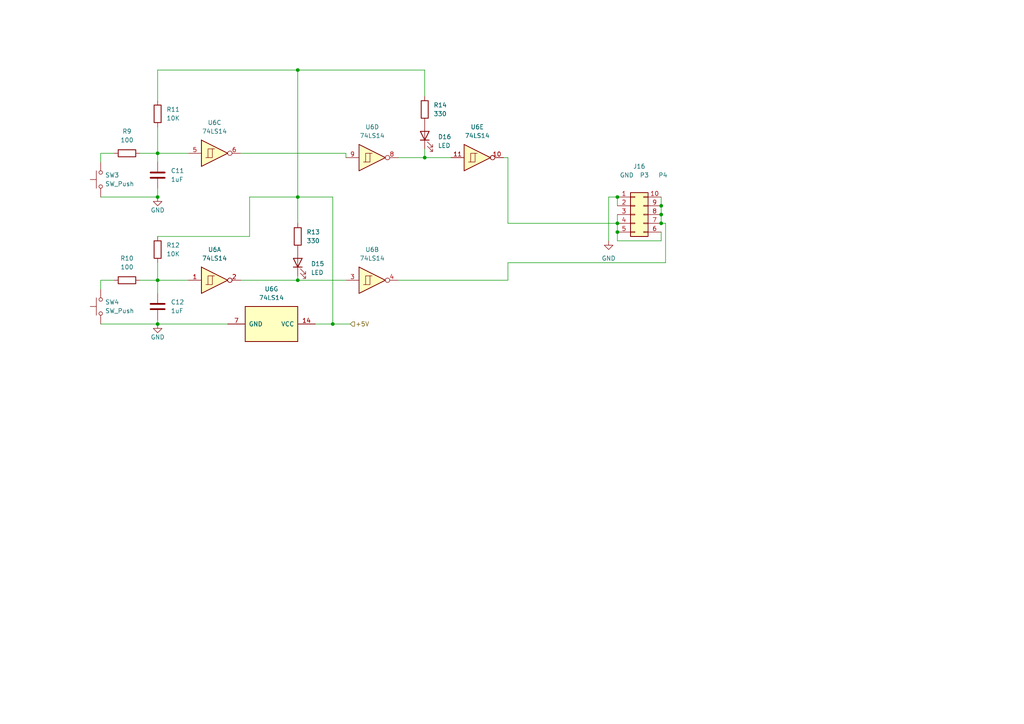
<source format=kicad_sch>
(kicad_sch (version 20211123) (generator eeschema)
  (paper "A4")
  (lib_symbols
    (symbol "74xx:74LS14" (pin_names (offset 1.016))
      (property "Reference" "U" (at 0 1.27 0))
      (property "Value" "74LS14" (at 0 -1.27 0))
      (symbol "74LS14_1_0"
        (polyline (pts (xy -3.81 3.81) (xy -3.81 -3.81) (xy 3.81 0) (xy -3.81 3.81)) (stroke (width 0.254)) (fill (type background)))
        (pin input line (at -7.62 0 0) (length 3.81) (name "~") (number "1"))
        (pin output inverted (at 7.62 0 180) (length 3.81) (name "~") (number "2"))
      )
      (symbol "74LS14_1_1"
        (polyline (pts (xy -1.905 -1.27) (xy -1.905 1.27) (xy -0.635 1.27)))
        (polyline (pts (xy -2.54 -1.27) (xy -0.635 -1.27) (xy -0.635 1.27) (xy 0 1.27)))
      )
      (symbol "74LS14_2_0"
        (polyline (pts (xy -3.81 3.81) (xy -3.81 -3.81) (xy 3.81 0) (xy -3.81 3.81)) (stroke (width 0.254)) (fill (type background)))
        (pin input line (at -7.62 0 0) (length 3.81) (name "~") (number "3"))
        (pin output inverted (at 7.62 0 180) (length 3.81) (name "~") (number "4"))
      )
      (symbol "74LS14_2_1"
        (polyline (pts (xy -1.905 -1.27) (xy -1.905 1.27) (xy -0.635 1.27)))
        (polyline (pts (xy -2.54 -1.27) (xy -0.635 -1.27) (xy -0.635 1.27) (xy 0 1.27)))
      )
      (symbol "74LS14_3_0"
        (polyline (pts (xy -3.81 3.81) (xy -3.81 -3.81) (xy 3.81 0) (xy -3.81 3.81)) (stroke (width 0.254)) (fill (type background)))
        (pin input line (at -7.62 0 0) (length 3.81) (name "~") (number "5"))
        (pin output inverted (at 7.62 0 180) (length 3.81) (name "~") (number "6"))
      )
      (symbol "74LS14_3_1"
        (polyline (pts (xy -1.905 -1.27) (xy -1.905 1.27) (xy -0.635 1.27)))
        (polyline (pts (xy -2.54 -1.27) (xy -0.635 -1.27) (xy -0.635 1.27) (xy 0 1.27)))
      )
      (symbol "74LS14_4_0"
        (polyline (pts (xy -3.81 3.81) (xy -3.81 -3.81) (xy 3.81 0) (xy -3.81 3.81)) (stroke (width 0.254)) (fill (type background)))
        (pin output inverted (at 7.62 0 180) (length 3.81) (name "~") (number "8"))
        (pin input line (at -7.62 0 0) (length 3.81) (name "~") (number "9"))
      )
      (symbol "74LS14_4_1"
        (polyline (pts (xy -1.905 -1.27) (xy -1.905 1.27) (xy -0.635 1.27)))
        (polyline (pts (xy -2.54 -1.27) (xy -0.635 -1.27) (xy -0.635 1.27) (xy 0 1.27)))
      )
      (symbol "74LS14_5_0"
        (polyline (pts (xy -3.81 3.81) (xy -3.81 -3.81) (xy 3.81 0) (xy -3.81 3.81)) (stroke (width 0.254)) (fill (type background)))
        (pin output inverted (at 7.62 0 180) (length 3.81) (name "~") (number "10"))
        (pin input line (at -7.62 0 0) (length 3.81) (name "~") (number "11"))
      )
      (symbol "74LS14_5_1"
        (polyline (pts (xy -1.905 -1.27) (xy -1.905 1.27) (xy -0.635 1.27)))
        (polyline (pts (xy -2.54 -1.27) (xy -0.635 -1.27) (xy -0.635 1.27) (xy 0 1.27)))
      )
      (symbol "74LS14_6_0"
        (polyline (pts (xy -3.81 3.81) (xy -3.81 -3.81) (xy 3.81 0) (xy -3.81 3.81)) (stroke (width 0.254)) (fill (type background)))
        (pin output inverted (at 7.62 0 180) (length 3.81) (name "~") (number "12"))
        (pin input line (at -7.62 0 0) (length 3.81) (name "~") (number "13"))
      )
      (symbol "74LS14_6_1"
        (polyline (pts (xy -1.905 -1.27) (xy -1.905 1.27) (xy -0.635 1.27)))
        (polyline (pts (xy -2.54 -1.27) (xy -0.635 -1.27) (xy -0.635 1.27) (xy 0 1.27)))
      )
      (symbol "74LS14_7_0"
        (pin power_in line (at 0 12.7 270) (length 5.08) (name "VCC") (number "14"))
        (pin power_in line (at 0 -12.7 90) (length 5.08) (name "GND") (number "7"))
      )
      (symbol "74LS14_7_1"
        (rectangle (start -5.08 7.62) (end 5.08 -7.62) (stroke (width 0.254)) (fill (type background)))
      )
    )
    (symbol "Connector_Generic:Conn_02x05_Counter_Clockwise" (pin_names (offset 1.016) hide)
      (property "Reference" "J" (at 1.27 7.62 0))
      (property "Value" "Conn_02x05_Counter_Clockwise" (at 1.27 -7.62 0))
      (symbol "Conn_02x05_Counter_Clockwise_1_1"
        (rectangle (start -1.27 -4.953) (end 0 -5.207) (stroke (width 0.1524)))
        (rectangle (start -1.27 -2.413) (end 0 -2.667) (stroke (width 0.1524)))
        (rectangle (start -1.27 0.127) (end 0 -0.127) (stroke (width 0.1524)))
        (rectangle (start -1.27 2.667) (end 0 2.413) (stroke (width 0.1524)))
        (rectangle (start -1.27 5.207) (end 0 4.953) (stroke (width 0.1524)))
        (rectangle (start -1.27 6.35) (end 3.81 -6.35) (stroke (width 0.254)) (fill (type background)))
        (rectangle (start 3.81 -4.953) (end 2.54 -5.207) (stroke (width 0.1524)))
        (rectangle (start 3.81 -2.413) (end 2.54 -2.667) (stroke (width 0.1524)))
        (rectangle (start 3.81 0.127) (end 2.54 -0.127) (stroke (width 0.1524)))
        (rectangle (start 3.81 2.667) (end 2.54 2.413) (stroke (width 0.1524)))
        (rectangle (start 3.81 5.207) (end 2.54 4.953) (stroke (width 0.1524)))
        (pin passive line (at -5.08 5.08 0) (length 3.81) (name "Pin_1") (number "1"))
        (pin passive line (at 7.62 5.08 180) (length 3.81) (name "Pin_10") (number "10"))
        (pin passive line (at -5.08 2.54 0) (length 3.81) (name "Pin_2") (number "2"))
        (pin passive line (at -5.08 0 0) (length 3.81) (name "Pin_3") (number "3"))
        (pin passive line (at -5.08 -2.54 0) (length 3.81) (name "Pin_4") (number "4"))
        (pin passive line (at -5.08 -5.08 0) (length 3.81) (name "Pin_5") (number "5"))
        (pin passive line (at 7.62 -5.08 180) (length 3.81) (name "Pin_6") (number "6"))
        (pin passive line (at 7.62 -2.54 180) (length 3.81) (name "Pin_7") (number "7"))
        (pin passive line (at 7.62 0 180) (length 3.81) (name "Pin_8") (number "8"))
        (pin passive line (at 7.62 2.54 180) (length 3.81) (name "Pin_9") (number "9"))
      )
    )
    (symbol "Device:C" (pin_numbers hide) (pin_names (offset 0.254))
      (property "Reference" "C" (at 0.635 2.54 0))
      (property "Value" "C" (at 0.635 -2.54 0))
      (symbol "C_0_1"
        (polyline (pts (xy -2.032 -0.762) (xy 2.032 -0.762)) (stroke (width 0.508)))
        (polyline (pts (xy -2.032 0.762) (xy 2.032 0.762)) (stroke (width 0.508)))
      )
      (symbol "C_1_1"
        (pin passive line (at 0 3.81 270) (length 2.794) (name "~") (number "1"))
        (pin passive line (at 0 -3.81 90) (length 2.794) (name "~") (number "2"))
      )
    )
    (symbol "Device:LED" (pin_numbers hide) (pin_names (offset 1.016) hide)
      (property "Reference" "D" (at 0 2.54 0))
      (property "Value" "LED" (at 0 -2.54 0))
      (symbol "LED_0_1"
        (polyline (pts (xy -1.27 -1.27) (xy -1.27 1.27)) (stroke (width 0.254)))
        (polyline (pts (xy -1.27 0) (xy 1.27 0)))
        (polyline (pts (xy 1.27 -1.27) (xy 1.27 1.27) (xy -1.27 0) (xy 1.27 -1.27)) (stroke (width 0.254)))
        (polyline (pts (xy -3.048 -0.762) (xy -4.572 -2.286) (xy -3.81 -2.286) (xy -4.572 -2.286) (xy -4.572 -1.524)))
        (polyline (pts (xy -1.778 -0.762) (xy -3.302 -2.286) (xy -2.54 -2.286) (xy -3.302 -2.286) (xy -3.302 -1.524)))
      )
      (symbol "LED_1_1"
        (pin passive line (at -3.81 0 0) (length 2.54) (name "K") (number "1"))
        (pin passive line (at 3.81 0 180) (length 2.54) (name "A") (number "2"))
      )
    )
    (symbol "Device:R" (pin_numbers hide) (pin_names (offset 0))
      (property "Reference" "R" (at 2.032 0 90))
      (property "Value" "R" (at 0 0 90))
      (symbol "R_0_1"
        (rectangle (start -1.016 -2.54) (end 1.016 2.54) (stroke (width 0.254)))
      )
      (symbol "R_1_1"
        (pin passive line (at 0 3.81 270) (length 1.27) (name "~") (number "1"))
        (pin passive line (at 0 -3.81 90) (length 1.27) (name "~") (number "2"))
      )
    )
    (symbol "Switch:SW_Push" (pin_numbers hide) (pin_names (offset 1.016) hide)
      (property "Reference" "SW" (at 1.27 2.54 0))
      (property "Value" "SW_Push" (at 0 -1.524 0))
      (symbol "SW_Push_0_1"
        (circle (center -2.032 0) (radius 0.508))
        (polyline (pts (xy 0 1.27) (xy 0 3.048)))
        (polyline (pts (xy 2.54 1.27) (xy -2.54 1.27)))
        (circle (center 2.032 0) (radius 0.508))
        (pin passive line (at -5.08 0 0) (length 2.54) (name "1") (number "1"))
        (pin passive line (at 5.08 0 180) (length 2.54) (name "2") (number "2"))
      )
    )
    (symbol "power:GND" (power) (pin_names (offset 0))
      (property "Value" "GND" (at 0 -3.81 0))
      (symbol "GND_0_1"
        (polyline (pts (xy 0 0) (xy 0 -1.27) (xy 1.27 -1.27) (xy 0 -2.54) (xy -1.27 -1.27) (xy 0 -1.27)))
      )
      (symbol "GND_1_1"
        (pin power_in line (at 0 0 270) (length 0) hide (name "GND") (number "1"))
      )
    )
  )
  (junction (at 45.72 93.98))
  (junction (at 45.72 44.45))
  (junction (at 86.36 81.28))
  (junction (at 179.07 67.31))
  (junction (at 123.19 45.72))
  (junction (at 191.77 64.77))
  (junction (at 45.72 57.15))
  (junction (at 45.72 81.28))
  (junction (at 191.77 62.23))
  (junction (at 86.36 57.15))
  (junction (at 191.77 59.69))
  (junction (at 179.07 64.77))
  (junction (at 179.07 57.15))
  (junction (at 86.36 20.32))
  (junction (at 96.52 93.98))
  (wire (pts (xy 29.21 93.98) (xy 45.72 93.98)))
  (wire (pts (xy 115.57 81.28) (xy 147.32 81.28)))
  (wire (pts (xy 45.72 20.32) (xy 86.36 20.32)))
  (wire (pts (xy 33.02 81.28) (xy 29.21 81.28)))
  (wire (pts (xy 86.36 57.15) (xy 86.36 20.32)))
  (wire (pts (xy 45.72 44.45) (xy 45.72 46.99)))
  (wire (pts (xy 176.53 57.15) (xy 179.07 57.15)))
  (wire (pts (xy 179.07 62.23) (xy 179.07 64.77)))
  (wire (pts (xy 123.19 45.72) (xy 130.81 45.72)))
  (wire (pts (xy 115.57 45.72) (xy 123.19 45.72)))
  (wire (pts (xy 45.72 44.45) (xy 54.61 44.45)))
  (wire (pts (xy 29.21 81.28) (xy 29.21 83.82)))
  (wire (pts (xy 69.85 81.28) (xy 86.36 81.28)))
  (wire (pts (xy 193.04 64.77) (xy 193.04 76.2)))
  (wire (pts (xy 123.19 20.32) (xy 123.19 27.94)))
  (wire (pts (xy 29.21 46.99) (xy 29.21 44.45)))
  (wire (pts (xy 45.72 29.21) (xy 45.72 20.32)))
  (wire (pts (xy 123.19 43.18) (xy 123.19 45.72)))
  (wire (pts (xy 191.77 62.23) (xy 191.77 64.77)))
  (wire (pts (xy 191.77 57.15) (xy 191.77 59.69)))
  (wire (pts (xy 91.44 93.98) (xy 96.52 93.98)))
  (wire (pts (xy 86.36 57.15) (xy 96.52 57.15)))
  (wire (pts (xy 40.64 81.28) (xy 45.72 81.28)))
  (wire (pts (xy 72.39 68.58) (xy 72.39 57.15)))
  (wire (pts (xy 69.85 44.45) (xy 100.33 44.45)))
  (wire (pts (xy 86.36 64.77) (xy 86.36 57.15)))
  (wire (pts (xy 146.05 45.72) (xy 147.32 45.72)))
  (wire (pts (xy 45.72 36.83) (xy 45.72 44.45)))
  (wire (pts (xy 176.53 69.85) (xy 176.53 57.15)))
  (wire (pts (xy 86.36 81.28) (xy 100.33 81.28)))
  (wire (pts (xy 147.32 45.72) (xy 147.32 64.77)))
  (wire (pts (xy 45.72 81.28) (xy 54.61 81.28)))
  (wire (pts (xy 147.32 76.2) (xy 147.32 81.28)))
  (wire (pts (xy 86.36 20.32) (xy 123.19 20.32)))
  (wire (pts (xy 191.77 64.77) (xy 193.04 64.77)))
  (wire (pts (xy 45.72 81.28) (xy 45.72 85.09)))
  (wire (pts (xy 29.21 44.45) (xy 33.02 44.45)))
  (wire (pts (xy 193.04 76.2) (xy 147.32 76.2)))
  (wire (pts (xy 96.52 57.15) (xy 96.52 93.98)))
  (wire (pts (xy 45.72 93.98) (xy 66.04 93.98)))
  (wire (pts (xy 191.77 69.85) (xy 179.07 69.85)))
  (wire (pts (xy 147.32 64.77) (xy 179.07 64.77)))
  (wire (pts (xy 100.33 44.45) (xy 100.33 45.72)))
  (wire (pts (xy 45.72 68.58) (xy 72.39 68.58)))
  (wire (pts (xy 40.64 44.45) (xy 45.72 44.45)))
  (wire (pts (xy 96.52 93.98) (xy 101.6 93.98)))
  (wire (pts (xy 191.77 67.31) (xy 191.77 69.85)))
  (wire (pts (xy 29.21 57.15) (xy 45.72 57.15)))
  (wire (pts (xy 45.72 93.98) (xy 45.72 92.71)))
  (wire (pts (xy 72.39 57.15) (xy 86.36 57.15)))
  (wire (pts (xy 45.72 76.2) (xy 45.72 81.28)))
  (wire (pts (xy 179.07 64.77) (xy 179.07 67.31)))
  (wire (pts (xy 86.36 80.01) (xy 86.36 81.28)))
  (wire (pts (xy 179.07 69.85) (xy 179.07 67.31)))
  (wire (pts (xy 191.77 59.69) (xy 191.77 62.23)))
  (wire (pts (xy 179.07 57.15) (xy 179.07 59.69)))
  (wire (pts (xy 45.72 57.15) (xy 45.72 54.61)))
  (hierarchical_label "+5V" (shape input) (at 101.6 93.98 0))
  (symbol (lib_id "74xx:74LS14") (at 107.95 45.72 0) (unit 4)
    (property "Reference" "U6" (at 107.95 36.83 0))
    (property "Value" "74LS14" (at 107.95 39.37 0))
    (property "Footprint" "Package_DIP:DIP-14_W7.62mm" (effects hide))
    (property "Datasheet" "http://www.ti.com/lit/gpn/sn74LS14" (effects hide))
  )
  (symbol (lib_id "Device:R") (at 86.36 68.58 0) (unit 1)
    (property "Reference" "R13" (at 88.9 67.3099 0) (effects (justify left)))
    (property "Value" "330" (at 88.9 69.8499 0) (effects (justify left)))
    (property "Footprint" "Resistor_THT:R_Axial_DIN0207_L6.3mm_D2.5mm_P10.16mm_Horizontal" (effects hide))
  )
  (symbol (lib_id "74xx:74LS14") (at 62.23 81.28 0) (unit 1)
    (property "Reference" "U6" (at 62.23 72.39 0))
    (property "Value" "74LS14" (at 62.23 74.93 0))
    (property "Footprint" "Package_DIP:DIP-14_W7.62mm" (effects hide))
    (property "Datasheet" "http://www.ti.com/lit/gpn/sn74LS14" (effects hide))
  )
  (symbol (lib_id "Device:R") (at 45.72 33.02 0) (unit 1)
    (property "Reference" "R11" (at 48.26 31.7499 0) (effects (justify left)))
    (property "Value" "10K" (at 48.26 34.2899 0) (effects (justify left)))
    (property "Footprint" "Resistor_THT:R_Axial_DIN0207_L6.3mm_D2.5mm_P10.16mm_Horizontal" (effects hide))
  )
  (symbol (lib_id "74xx:74LS14") (at 78.74 93.98 270) (unit 7)
    (property "Reference" "U6" (at 78.74 83.82 90))
    (property "Value" "74LS14" (at 78.74 86.36 90))
    (property "Footprint" "Package_DIP:DIP-14_W7.62mm" (effects hide))
    (property "Datasheet" "http://www.ti.com/lit/gpn/sn74LS14" (effects hide))
  )
  (symbol (lib_id "Device:LED") (at 123.19 39.37 90) (unit 1)
    (property "Reference" "D16" (at 127 39.6874 90) (effects (justify right)))
    (property "Value" "LED" (at 127 42.2274 90) (effects (justify right)))
    (property "Footprint" "LED_THT:LED_D3.0mm" (effects hide))
  )
  (symbol (lib_id "Switch:SW_Push") (at 29.21 52.07 90) (unit 1)
    (property "Reference" "SW3" (at 30.48 50.7999 90) (effects (justify right)))
    (property "Value" "SW_Push" (at 30.48 53.3399 90) (effects (justify right)))
    (property "Footprint" "Button_Switch_THT:SW_Tactile_Straight_KSL0Axx1LFTR" (effects hide))
  )
  (symbol (lib_id "Device:R") (at 36.83 81.28 90) (unit 1)
    (property "Reference" "R10" (at 36.83 74.93 90))
    (property "Value" "100" (at 36.83 77.47 90))
    (property "Footprint" "Resistor_THT:R_Axial_DIN0207_L6.3mm_D2.5mm_P10.16mm_Horizontal" (effects hide))
  )
  (symbol (lib_id "74xx:74LS14") (at 62.23 44.45 0) (unit 3)
    (property "Reference" "U6" (at 62.23 35.56 0))
    (property "Value" "74LS14" (at 62.23 38.1 0))
    (property "Footprint" "Package_DIP:DIP-14_W7.62mm" (effects hide))
    (property "Datasheet" "http://www.ti.com/lit/gpn/sn74LS14" (effects hide))
  )
  (symbol (lib_id "power:GND") (at 176.53 69.85 0) (unit 1)
    (property "Reference" "#PWR025" (effects hide))
    (property "Value" "GND" (at 176.53 74.93 0))
  )
  (symbol (lib_id "Device:R") (at 123.19 31.75 0) (unit 1)
    (property "Reference" "R14" (at 125.73 30.4799 0) (effects (justify left)))
    (property "Value" "330" (at 125.73 33.0199 0) (effects (justify left)))
    (property "Footprint" "Resistor_THT:R_Axial_DIN0207_L6.3mm_D2.5mm_P10.16mm_Horizontal" (effects hide))
  )
  (symbol (lib_id "power:GND") (at 45.72 57.15 0) (unit 1)
    (property "Reference" "#PWR019" (effects hide))
    (property "Value" "GND" (at 45.72 60.96 0))
  )
  (symbol (lib_id "Device:LED") (at 86.36 76.2 90) (unit 1)
    (property "Reference" "D15" (at 90.17 76.5174 90) (effects (justify right)))
    (property "Value" "LED" (at 90.17 79.0574 90) (effects (justify right)))
    (property "Footprint" "LED_THT:LED_D3.0mm" (effects hide))
  )
  (symbol (lib_id "Device:C") (at 45.72 50.8 0) (unit 1)
    (property "Reference" "C11" (at 49.53 49.5299 0) (effects (justify left)))
    (property "Value" "1uF" (at 49.53 52.0699 0) (effects (justify left)))
    (property "Footprint" "Capacitor_THT:C_Axial_L5.1mm_D3.1mm_P7.50mm_Horizontal" (effects hide))
  )
  (symbol (lib_id "Device:R") (at 45.72 72.39 0) (unit 1)
    (property "Reference" "R12" (at 48.26 71.1199 0) (effects (justify left)))
    (property "Value" "10K" (at 48.26 73.6599 0) (effects (justify left)))
    (property "Footprint" "Resistor_THT:R_Axial_DIN0207_L6.3mm_D2.5mm_P10.16mm_Horizontal" (effects hide))
  )
  (symbol (lib_id "Device:C") (at 45.72 88.9 0) (unit 1)
    (property "Reference" "C12" (at 49.53 87.6299 0) (effects (justify left)))
    (property "Value" "1uF" (at 49.53 90.1699 0) (effects (justify left)))
    (property "Footprint" "Capacitor_THT:C_Axial_L5.1mm_D3.1mm_P7.50mm_Horizontal" (effects hide))
  )
  (symbol (lib_id "power:GND") (at 45.72 93.98 0) (unit 1)
    (property "Reference" "#PWR021" (effects hide))
    (property "Value" "GND" (at 45.72 97.79 0))
  )
  (symbol (lib_id "Switch:SW_Push") (at 29.21 88.9 90) (unit 1)
    (property "Reference" "SW4" (at 30.48 87.6299 90) (effects (justify right)))
    (property "Value" "SW_Push" (at 30.48 90.1699 90) (effects (justify right)))
    (property "Footprint" "Button_Switch_THT:SW_Tactile_Straight_KSL0Axx1LFTR" (effects hide))
  )
  (symbol (lib_id "Connector_Generic:Conn_02x05_Counter_Clockwise") (at 184.15 62.23 0) (unit 1)
    (property "Reference" "J16" (at 185.42 48.26 0))
    (property "Value" "GND  P3   P4" (at 186.69 50.8 0))
    (property "Footprint" "Connector_PinSocket_2.54mm:PinSocket_2x05_P2.54mm_Vertical" (effects hide))
  )
  (symbol (lib_id "Device:R") (at 36.83 44.45 90) (unit 1)
    (property "Reference" "R9" (at 36.83 38.1 90))
    (property "Value" "100" (at 36.83 40.64 90))
    (property "Footprint" "Resistor_THT:R_Axial_DIN0207_L6.3mm_D2.5mm_P10.16mm_Horizontal" (effects hide))
  )
  (symbol (lib_id "74xx:74LS14") (at 138.43 45.72 0) (unit 5)
    (property "Reference" "U6" (at 138.43 36.83 0))
    (property "Value" "74LS14" (at 138.43 39.37 0))
    (property "Footprint" "Package_DIP:DIP-14_W7.62mm" (effects hide))
    (property "Datasheet" "http://www.ti.com/lit/gpn/sn74LS14" (effects hide))
  )
  (symbol (lib_id "74xx:74LS14") (at 107.95 81.28 0) (unit 2)
    (property "Reference" "U6" (at 107.95 72.39 0))
    (property "Value" "74LS14" (at 107.95 74.93 0))
    (property "Footprint" "Package_DIP:DIP-14_W7.62mm" (effects hide))
    (property "Datasheet" "http://www.ti.com/lit/gpn/sn74LS14" (effects hide))
  )
)
</source>
